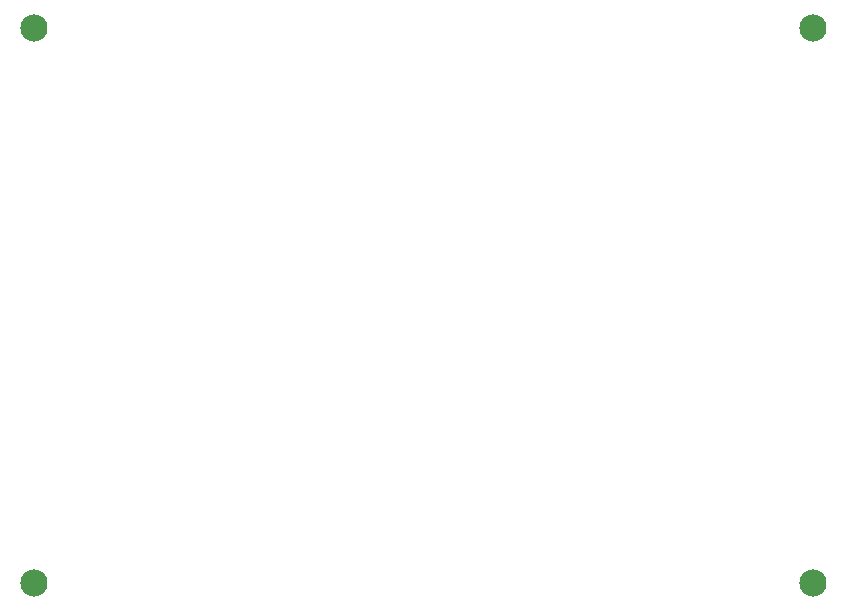
<source format=gbr>
%TF.GenerationSoftware,Altium Limited,Altium Designer,20.1.12 (249)*%
G04 Layer_Color=8388736*
%FSLAX26Y26*%
%MOIN*%
%TF.SameCoordinates,73CAA688-106B-4C54-AD3F-6D0582A263F4*%
%TF.FilePolarity,Negative*%
%TF.FileFunction,Soldermask,Top*%
%TF.Part,Single*%
G01*
G75*
%TA.AperFunction,ViaPad*%
%ADD11C,0.090677*%
D11*
X157284Y2008005D02*
D03*
Y157612D02*
D03*
X2755709Y2008005D02*
D03*
Y157612D02*
D03*
%TF.MD5,0c429cc8fd39baf5cfc8462cf1497815*%
M02*

</source>
